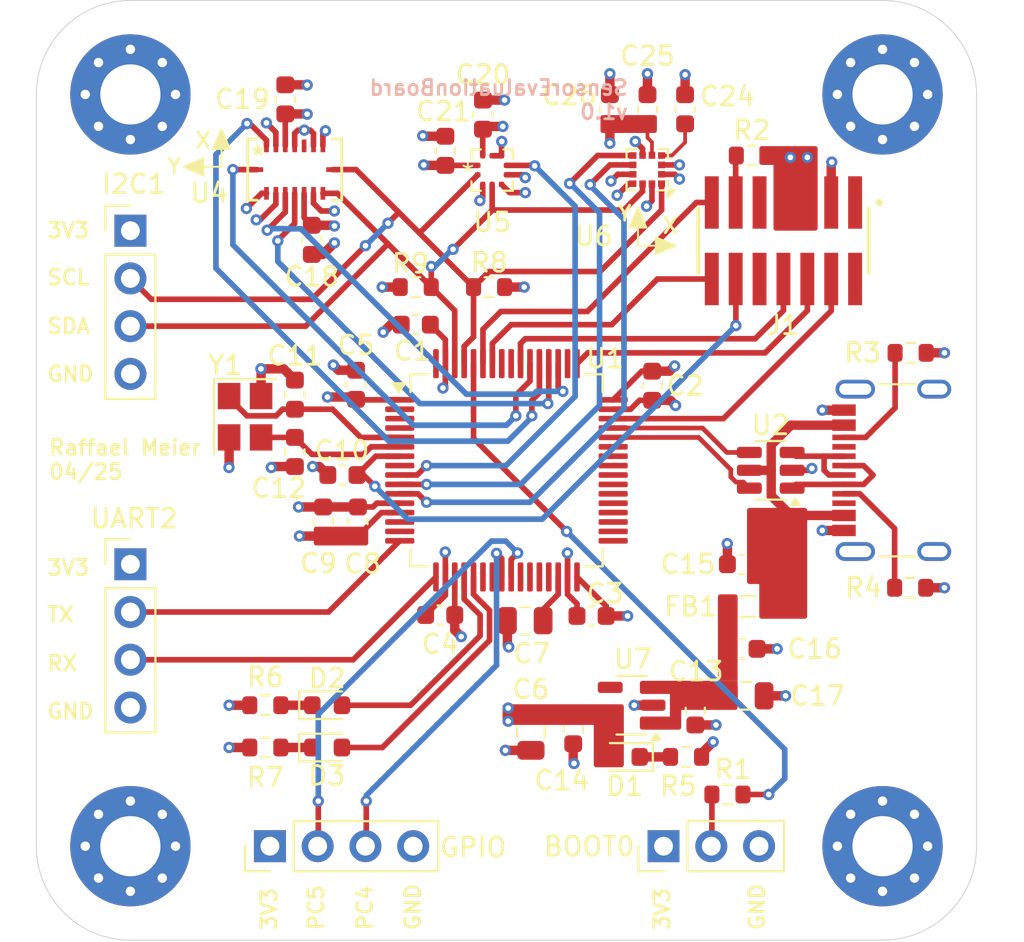
<source format=kicad_pcb>
(kicad_pcb (version 20241229) (generator "pcbnew") (generator_version "9.0")
  (layers (0 "F.Cu" signal) (4 "In1.Cu" signal) (6 "In2.Cu" signal) (2 "B.Cu" signal) (13 "F.Paste" user) (15 "B.Paste" user) (5 "F.SilkS" user "F.Silkscreen") (7 "B.SilkS" user "B.Silkscreen") (1 "F.Mask" user) (3 "B.Mask" user) (25 "Edge.Cuts" user))
  (net 0 "")
  (net 2 "Net-(U1-VCAP1)")
  (net 3 "/UART2_RX")
  (net 4 "/UART2_TX")
  (net 5 "GND")
  (net 6 "+3.3V")
  (net 7 "/LED2")
  (net 16 "/SWO")
  (net 21 "/GPIO_USER2")
  (net 25 "/LED1")
  (net 31 "/GPIO_USER1")
  (net 38 "/SWCLK")
  (net 39 "/NRST")
  (net 40 "/UART1_RX")
  (net 41 "/GNDDETECT")
  (net 42 "/UART1_TX")
  (net 43 "/SWDIO")
  (net 47 "/BOOT0")
  (net 48 "/HSE_OUT")
  (net 49 "/HSE_IN")
  (net 50 "/BOOT0_JPR")
  (net 51 "/USB_D+")
  (net 52 "/USB_D-")
  (net 55 "/USB_CC2")
  (net 56 "/USB_CC1")
  (net 57 "/USBC_D+")
  (net 58 "/USBC_D-")
  (net 59 "+5V")
  (net 60 "/VBUS")
  (net 61 "/BMI088_INT4")
  (net 62 "/BMI088_INT3")
  (net 63 "/BMI088_INT1")
  (net 64 "/BMI088_INT2")
  (net 66 "/I2C1_SCL")
  (net 67 "/I2C1_SDA")
  (net 68 "/BMP390_INT")
  (net 69 "/PWR_LED")
  (net 70 "/LED1_RSTR")
  (net 71 "/LED2_RSTR")
  (net 72 "/LIS3MDL_INT")
  (net 73 "/LIS3MDL_DRDY")
  (net 74 "Net-(U6-C1)")
  (footprint "Crystal:Crystal_SMD_3225-4Pin_3.2x2.5mm" (layer "F.Cu") (at 131.606801 96.3 -90)
    (property "Reference" "Y1")
    (property "Value" "Crystal_GND24")
  )
  (footprint "Capacitor_SMD:C_0603_1608Metric" (layer "F.Cu") (at 140.681801 91.4)
    (property "Reference" "C1")
    (property "Value" "100n")
  )
  (footprint "Capacitor_SMD:C_0603_1608Metric" (layer "F.Cu") (at 158.031801 104.15 180)
    (property "Reference" "C15")
    (property "Value" "10n")
  )
  (footprint "SensorEvalBoard_FootprintLib:BMP390" (layer "F.Cu") (at 144.744301 83.175 90)
    (property "Reference" "U5")
    (property "Value" "BMP390" (hide yes))
  )
  (footprint "Capacitor_SMD:C_0603_1608Metric" (layer "F.Cu") (at 142.256801 82.15 90)
    (property "Reference" "C21")
    (property "Value" "100n")
  )
  (footprint "Capacitor_SMD:C_0603_1608Metric" (layer "F.Cu") (at 158.056801 108.65)
    (property "Reference" "C16")
    (property "Value" "100n")
  )
  (footprint "Package_TO_SOT_SMD:SOT-23-5" (layer "F.Cu") (at 152.1625 111.65 180)
    (property "Reference" "U7")
    (property "Value" "MIC5504-3.3YM5")
  )
  (footprint "Connector_USB:USB_C_Receptacle_G-Switch_GT-USB-7010ASV" (layer "F.Cu") (at 167.181801 99.15 90)
    (property "Reference" "J3" (hide yes))
    (property "Value" "USB_C_Receptacle_USB2.0_16P")
  )
  (footprint "LED_SMD:LED_0603_1608Metric" (layer "F.Cu") (at 151.806801 114.4 180)
    (property "Reference" "D1")
    (property "Value" "RED")
  )
  (footprint "Connector_PinHeader_2.54mm:PinHeader_1x04_P2.54mm_Vertical" (layer "F.Cu") (at 125.506801 86.4)
    (property "Reference" "J4" (hide yes))
    (property "Value" "Conn_01x04")
  )
  (footprint "MountingHole:MountingHole_3.2mm_M3_Pad_Via" (layer "F.Cu") (at 125.506801 119.15)
    (property "Reference" "H3" (hide yes))
    (property "Value" "MountingHole_Pad")
  )
  (footprint "Resistor_SMD:R_0603_1608Metric" (layer "F.Cu") (at 132.681801 113.9 180)
    (property "Reference" "R7")
    (property "Value" "80")
  )
  (footprint "Capacitor_SMD:C_0603_1608Metric" (layer "F.Cu") (at 149.056801 112.925 -90)
    (property "Reference" "C14")
    (property "Value" "1u")
  )
  (footprint "MountingHole:MountingHole_3.2mm_M3_Pad_Via" (layer "F.Cu") (at 165.506801 119.15)
    (property "Reference" "H4" (hide yes))
    (property "Value" "MountingHole_Pad")
  )
  (footprint "Capacitor_SMD:C_0603_1608Metric" (layer "F.Cu") (at 155.006801 79.9375 90)
    (property "Reference" "C24")
    (property "Value" "100n")
  )
  (footprint "Capacitor_SMD:C_0603_1608Metric" (layer "F.Cu") (at 151.006801 79.9375 90)
    (property "Reference" "C26")
    (property "Value" "1u")
  )
  (footprint "LED_SMD:LED_0603_1608Metric" (layer "F.Cu") (at 135.969301 111.65)
    (property "Reference" "D2")
    (property "Value" "RED")
  )
  (footprint "Resistor_SMD:R_0603_1608Metric" (layer "F.Cu") (at 166.975 105.4)
    (property "Reference" "R4")
    (property "Value" "5k1")
  )
  (footprint "Connector_PinHeader_2.54mm:PinHeader_1x04_P2.54mm_Vertical" (layer "F.Cu") (at 125.506801 104.15)
    (property "Reference" "J5" (hide yes))
    (property "Value" "Conn_01x04")
  )
  (footprint "Resistor_SMD:R_0603_1608Metric" (layer "F.Cu") (at 132.681801 111.65 180)
    (property "Reference" "R6")
    (property "Value" "80")
  )
  (footprint "Capacitor_SMD:C_0603_1608Metric" (layer "F.Cu") (at 135.756801 101.875 90)
    (property "Reference" "C9")
    (property "Value" "1u")
  )
  (footprint "Resistor_SMD:R_0603_1608Metric" (layer "F.Cu") (at 157.256801 116.4)
    (property "Reference" "R1")
    (property "Value" "10k")
  )
  (footprint "Capacitor_SMD:C_0805_2012Metric" (layer "F.Cu") (at 146.506801 107.15 180)
    (property "Reference" "C7")
    (property "Value" "4u7")
  )
  (footprint "Capacitor_SMD:C_0603_1608Metric" (layer "F.Cu") (at 137.506801 94.6 90)
    (property "Reference" "C5")
    (property "Value" "100n")
  )
  (footprint "Resistor_SMD:R_0603_1608Metric" (layer "F.Cu") (at 155.056801 114.4)
    (property "Reference" "R5")
    (property "Value" "80")
  )
  (footprint "Capacitor_SMD:C_0603_1608Metric" (layer "F.Cu") (at 155.55 111.925 -90)
    (property "Reference" "C13")
    (property "Value" "1u")
  )
  (footprint "MountingHole:MountingHole_3.2mm_M3_Pad_Via" (layer "F.Cu") (at 125.506801 79.15)
    (property "Reference" "H1" (hide yes))
    (property "Value" "MountingHole_Pad")
  )
  (footprint "SensorEvalBoard_FootprintLib:SAMTEC_FTSH-107-01-F-DV-K" (layer "F.Cu") (at 160.236801 86.935 180)
    (property "Reference" "J1")
    (property "Value" "Conn_02x07_Odd_Even")
  )
  (footprint "Connector_PinHeader_2.54mm:PinHeader_1x04_P2.54mm_Vertical" (layer "F.Cu") (at 132.926801 119.15 90)
    (property "Reference" "J6" (hide yes))
    (property "Value" "Conn_01x04")
  )
  (footprint "Capacitor_SMD:C_0603_1608Metric" (layer "F.Cu") (at 133.744301 79.4125 90)
    (property "Reference" "C19")
    (property "Value" "100n")
  )
  (footprint "Capacitor_SMD:C_0603_1608Metric" (layer "F.Cu") (at 134.256801 98.175 -90)
    (property "Reference" "C12")
    (property "Value" "10p")
  )
  (footprint "SensorEvalBoard_FootprintLib:QFN_BMI085_BOS" (layer "F.Cu") (at 134.244301 83.15)
    (property "Reference" "U4")
    (property "Value" "BMI088")
  )
  (footprint "Resistor_SMD:R_0603_1608Metric" (layer "F.Cu") (at 158.556801 82.4 180)
    (property "Reference" "R2")
    (property "Value" "100")
  )
  (footprint "Package_TO_SOT_SMD:SOT-23-6" (layer "F.Cu") (at 159.5625 99.15 180)
    (property "Reference" "U2")
    (property "Value" "USBLC6-2SC6")
  )
  (footprint "Capacitor_SMD:C_0805_2012Metric" (layer "F.Cu") (at 158.256801 111.15)
    (property "Reference" "C17")
    (property "Value" "4u7")
  )
  (footprint "Capacitor_SMD:C_0603_1608Metric" (layer "F.Cu") (at 135.156801 86.8875 -90)
    (property "Reference" "C18")
    (property "Value" "100n")
  )
  (footprint "Resistor_SMD:R_0603_1608Metric" (layer "F.Cu") (at 140.681801 89.4)
    (property "Reference" "R9")
    (property "Value" "4k7")
  )
  (footprint "Capacitor_SMD:C_0603_1608Metric" (layer "F.Cu") (at 134.256801 95.125 90)
    (property "Reference" "C11")
    (property "Value" "10p")
  )
  (footprint "Capacitor_SMD:C_0805_2012Metric" (layer "F.Cu") (at 146.806801 113.1 -90)
    (property "Reference" "C6")
    (property "Value" "10u")
  )
  (footprint "Package_LGA:LGA-12_2x2mm_P0.5mm" (layer "F.Cu") (at 152.994301 83.15 180)
    (property "Reference" "U6")
    (property "Value" "LIS3MDL")
  )
  (footprint "Package_QFP:LQFP-64_10x10mm_P0.5mm" (layer "F.Cu") (at 145.506801 99.15)
    (property "Reference" "U1")
    (property "Value" "STM32F401RCT6")
  )
  (footprint "Capacitor_SMD:C_0603_1608Metric" (layer "F.Cu") (at 137.606801 101.875 90)
    (property "Reference" "C8")
    (property "Value" "100n")
  )
  (footprint "Capacitor_SMD:C_0603_1608Metric" (layer "F.Cu") (at 153.006801 79.9375 90)
    (property "Reference" "C25")
    (property "Value" "100n")
  )
  (footprint "Capacitor_SMD:C_0603_1608Metric" (layer "F.Cu") (at 144.256801 80.225 90)
    (property "Reference" "C20")
    (property "Value" "100n")
  )
  (footprint "Capacitor_SMD:C_0603_1608Metric" (layer "F.Cu") (at 136.781801 99.4 180)
    (property "Reference" "C10")
    (property "Value" "100n")
  )
  (footprint "Resistor_SMD:R_0603_1608Metric" (layer "F.Cu") (at 144.581801 89.4 180)
    (property "Reference" "R8")
    (property "Value" "4k7")
  )
  (footprint "Capacitor_SMD:C_0603_1608Metric" (layer "F.Cu") (at 153.256801 94.65 -90)
    (property "Reference" "C2")
    (property "Value" "100n")
  )
  (footprint "Connector_PinHeader_2.54mm:PinHeader_1x03_P2.54mm_Vertical" (layer "F.Cu") (at 153.86 119.15 90)
    (property "Reference" "J2" (hide yes))
    (property "Value" "Conn_01x03")
  )
  (footprint "Resistor_SMD:R_0603_1608Metric" (layer "F.Cu") (at 167 92.9)
    (property "Reference" "R3")
    (property "Value" "5k1")
  )
  (footprint "Capacitor_SMD:C_0603_1608Metric" (layer "F.Cu") (at 150.031801 106.9 180)
    (property "Reference" "C3")
    (property "Value" "100n")
  )
  (footprint "Inductor_SMD:L_0805_2012Metric" (layer "F.Cu") (at 158.356801 106.4)
    (property "Reference" "FB1")
    (property "Value" "FerriteBead")
  )
  (footprint "LED_SMD:LED_0603_1608Metric" (layer "F.Cu") (at 135.969301 113.9)
    (property "Reference" "D3")
    (property "Value" "RED")
  )
  (footprint "MountingHole:MountingHole_3.2mm_M3_Pad_Via" (layer "F.Cu") (at 165.506801 79.15)
    (property "Reference" "H2" (hide yes))
    (property "Value" "MountingHole_Pad")
  )
  (footprint "Capacitor_SMD:C_0603_1608Metric" (layer "F.Cu") (at 141.981801 106.85 180)
    (property "Reference" "C4")
    (property "Value" "100n")
  )
  (gr_poly (pts (xy 154.496379 87.198448) (xy 153.446379 86.748448) (xy 153.446379 87.198448)) (stroke (width 0.1)) (fill yes) (layer "F.SilkS"))
  (gr_poly (pts (xy 130.348448 81.003621) (xy 129.898448 82.053621) (xy 130.348448 82.053621)) (stroke (width 0.1)) (fill yes) (layer "F.SilkS"))
  (gr_line (start 130.35 83) (end 128.35 83) (stroke (width 0.1)) (layer "F.SilkS"))
  (gr_poly (pts (xy 128.334483 83.003793) (xy 129.384483 82.553793) (xy 129.384483 83.003793)) (stroke (width 0.1)) (fill yes) (layer "F.SilkS"))
  (gr_poly (pts (xy 152.494655 85.188104) (xy 152.044655 86.238104) (xy 152.494655 86.238104)) (stroke (width 0.1)) (fill yes) (layer "F.SilkS"))
  (gr_line (start 152.5 87.2) (end 154.5 87.2) (stroke (width 0.1)) (layer "F.SilkS"))
  (gr_poly (pts (xy 152.496207 85.184483) (xy 152.946207 86.234483) (xy 152.496207 86.234483)) (stroke (width 0.1)) (fill yes) (layer "F.SilkS"))
  (gr_poly (pts (xy 154.5 87.2) (xy 153.45 87.65) (xy 153.45 87.2)) (stroke (width 0.1)) (fill yes) (layer "F.SilkS"))
  (gr_line (start 130.35 83) (end 130.35 81) (stroke (width 0.1)) (layer "F.SilkS"))
  (gr_poly (pts (xy 128.338104 83.005345) (xy 129.388104 83.455345) (xy 129.388104 83.005345)) (stroke (width 0.1)) (fill yes) (layer "F.SilkS"))
  (gr_poly (pts (xy 130.35 81) (xy 130.8 82.05) (xy 130.35 82.05)) (stroke (width 0.1)) (fill yes) (layer "F.SilkS"))
  (gr_line (start 152.5 87.2) (end 152.5 85.2) (stroke (width 0.1)) (layer "F.SilkS"))
  (gr_line (start 125.506801 74.15) (end 165.506801 74.15) (stroke (width 0.05)) (layer "Edge.Cuts"))
  (gr_line (start 120.506801 119.15) (end 120.506801 79.15) (stroke (width 0.05)) (layer "Edge.Cuts"))
  (gr_arc (start 170.506801 119.15) (mid 169.042335 122.685534) (end 165.506801 124.15) (stroke (width 0.05)) (layer "Edge.Cuts"))
  (gr_arc (start 120.506801 79.15) (mid 121.971267 75.614466) (end 125.506801 74.15) (stroke (width 0.05)) (layer "Edge.Cuts"))
  (gr_arc (start 165.506801 74.15) (mid 169.042335 75.614466) (end 170.506801 79.15) (stroke (width 0.05)) (layer "Edge.Cuts"))
  (gr_arc (start 125.506801 124.15) (mid 121.971267 122.685534) (end 120.506801 119.15) (stroke (width 0.05)) (layer "Edge.Cuts"))
  (gr_line (start 165.506801 124.15) (end 125.506801 124.15) (stroke (width 0.05)) (layer "Edge.Cuts"))
  (gr_line (start 170.506801 79.15) (end 170.506801 119.15) (stroke (width 0.05)) (layer "Edge.Cuts"))
  (gr_text "I2C1" (at 123.9 84.5 0) (layer "F.SilkS") (effects (font (size 1 1) (thickness 0.15) (bold yes)) (justify left bottom)))
  (gr_text "3V3" (at 121 104.8 0) (layer "F.SilkS") (effects (font (size 0.8 0.8) (thickness 0.15) (bold yes)) (justify left bottom)))
  (gr_text "3V3" (at 154.25 123.7 90) (layer "F.SilkS") (effects (font (size 0.8 0.8) (thickness 0.15) (bold yes)) (justify left bottom)))
  (gr_text "X" (at 154.7 85.6 180) (layer "F.SilkS") (effects (font (size 0.8 0.8) (thickness 0.15) (bold yes)) (justify left bottom)))
  (gr_text "SDA" (at 121 91.95 0) (layer "F.SilkS") (effects (font (size 0.8 0.8) (thickness 0.15) (bold yes)) (justify left bottom)))
  (gr_text "Y" (at 127.395699 83.453621 0) (layer "F.SilkS") (effects (font (size 0.8 0.8) (thickness 0.15) (bold yes)) (justify left bottom)))
  (gr_text "3V3" (at 121 86.85 0) (layer "F.SilkS") (effects (font (size 0.8 0.8) (thickness 0.15) (bold yes)) (justify left bottom)))
  (gr_text "GND" (at 159.3 123.7 90) (layer "F.SilkS") (effects (font (size 0.8 0.8) (thickness 0.15) (bold yes)) (justify left bottom)))
  (gr_text "RX" (at 121 109.9 0) (layer "F.SilkS") (effects (font (size 0.8 0.8) (thickness 0.15) (bold yes)) (justify left bottom)))
  (gr_text "Y" (at 151.35 85.95 0) (layer "F.SilkS") (effects (font (size 0.8 0.8) (thickness 0.15) (bold yes)) (justify left bottom)))
  (gr_text "BOOT0" (at 147.4 119.75 0) (layer "F.SilkS") (effects (font (size 1 1) (thickness 0.15) (bold yes)) (justify left bottom)))
  (gr_text "PC4" (at 138.45 123.7 90) (layer "F.SilkS") (effects (font (size 0.8 0.8) (thickness 0.15) (bold yes)) (justify left bottom)))
  (gr_text "X" (at 128.898448 82.053621 0) (layer "F.SilkS") (effects (font (size 0.8 0.8) (thickness 0.15) (bold yes)) (justify left bottom)))
  (gr_text "Raffael Meier\n04/25" (at 121.1 99.7 0) (layer "F.SilkS") (effects (font (size 0.8 0.8)) (justify left bottom)))
  (gr_text "UART2" (at 123.3 102.3 0) (layer "F.SilkS") (effects (font (size 1 1) (thickness 0.15) (bold yes)) (justify left bottom)))
  (gr_text "GPIO" (at 141.876801 119.8 0) (layer "F.SilkS") (effects (font (size 1 1) (thickness 0.15) (bold yes)) (justify left bottom)))
  (gr_text "PC5" (at 135.85 123.7 90) (layer "F.SilkS") (effects (font (size 0.8 0.8) (thickness 0.15) (bold yes)) (justify left bottom)))
  (gr_text "TX" (at 121 107.3 0) (layer "F.SilkS") (effects (font (size 0.8 0.8) (thickness 0.15) (bold yes)) (justify left bottom)))
  (gr_text "SCL" (at 121 89.35 0) (layer "F.SilkS") (effects (font (size 0.8 0.8) (thickness 0.15) (bold yes)) (justify left bottom)))
  (gr_text "GND" (at 141 123.7 90) (layer "F.SilkS") (effects (font (size 0.8 0.8) (thickness 0.15) (bold yes)) (justify left bottom)))
  (gr_text "3V3" (at 133.35 123.7 90) (layer "F.SilkS") (effects (font (size 0.8 0.8) (thickness 0.15) (bold yes)) (justify left bottom)))
  (gr_text "GND" (at 121 112.45 0) (layer "F.SilkS") (effects (font (size 0.8 0.8) (thickness 0.15) (bold yes)) (justify left bottom)))
  (gr_text "GND" (at 121 94.5 0) (layer "F.SilkS") (effects (font (size 0.8 0.8) (thickness 0.15) (bold yes)) (justify left bottom)))
  (gr_text "SensorEvaluationBoard\nv1.0" (at 152.05 80.55 0) (layer "B.SilkS") (effects (font (size 0.8 0.8)) (justify left bottom mirror)))
  (segment (start 148.256801 104.825) (end 148.256801 105.75) (width 0.3) (layer "F.Cu") (net 2))
  (segment (start 147.456801 106.55) (end 147.456801 107.15) (width 0.3) (layer "F.Cu") (net 2))
  (segment (start 148.256801 105.75) (end 147.456801 106.55) (width 0.3) (layer "F.Cu") (net 2))
  (segment (start 141.756801 104.825) (end 137.351801 109.23) (width 0.3) (layer "F.Cu") (net 3))
  (segment (start 137.351801 109.23) (end 125.506801 109.23) (width 0.3) (layer "F.Cu") (net 3))
  (segment (start 136.041801 106.69) (end 125.506801 106.69) (width 0.3) (layer "F.Cu") (net 4))
  (segment (start 139.831801 102.9) (end 136.041801 106.69) (width 0.3) (layer "F.Cu") (net 4))
  (segment (start 146.806801 114.05) (end 145.45 114.05) (width 0.5) (layer "F.Cu") (net 5))
  (segment (start 135.071301 81.05) (end 135.244301 81.223) (width 0.3) (layer "F.Cu") (net 5))
  (segment (start 141.206801 106.85) (end 142.256801 105.8) (width 0.3) (layer "F.Cu") (net 5))
  (segment (start 144.256801 79.45) (end 145.406801 79.45) (width 0.5) (layer "F.Cu") (net 5))
  (segment (start 135.244301 81.223) (end 135.244301 81.8875) (width 0.3) (layer "F.Cu") (net 5))
  (segment (start 142.256801 104.825) (end 142.256801 103.506801) (width 0.3) (layer "F.Cu") (net 5))
  (segment (start 163.456801 95.95) (end 162.3 95.95) (width 0.5) (layer "F.Cu") (net 5))
  (segment (start 163.456801 102.35) (end 162.3 102.35) (width 0.5) (layer "F.Cu") (net 5))
  (segment (start 135.606801 85.3) (end 135.656801 85.35) (width 0.3) (layer "F.Cu") (net 5))
  (segment (start 149.256801 106.25) (end 149.256801 106.9) (width 0.3) (layer "F.Cu") (net 5))
  (segment (start 133.244301 81.8875) (end 133.244301 81.16826) (width 0.3) (layer "F.Cu") (net 5))
  (segment (start 135.156801 87.6625) (end 135.744301 87.6625) (width 0.5) (layer "F.Cu") (net 5))
  (segment (start 132.744301 84.4125) (end 132.484318 84.4125) (width 0.3) (layer "F.Cu") (net 5))
  (segment (start 142.256801 105.8) (end 142.256801 104.825) (width 0.3) (layer "F.Cu") (net 5))
  (segment (start 148.756801 104.825) (end 148.756801 105.75) (width 0.3) (layer "F.Cu") (net 5))
  (segment (start 151.181801 95.9) (end 152.106801 95.9) (width 0.3) (layer "F.Cu") (net 5))
  (segment (start 154.225 95.425) (end 154.5 95.7) (width 0.5) (layer "F.Cu") (net 5))
  (segment (start 131.856801 113.9) (end 130.756801 113.9) (width 0.5) (layer "F.Cu") (net 5))
  (segment (start 142.256801 92.2) (end 141.456801 91.4) (width 0.3) (layer "F.Cu") (net 5))
  (segment (start 152.581801 95.425) (end 153.256801 95.425) (width 0.3) (layer "F.Cu") (net 5))
  (segment (start 144.244301 84.65) (end 144.094301 84.8) (width 0.3) (layer "F.Cu") (net 5))
  (segment (start 151.006801 79.1625) (end 151.006801 78.05) (width 0.5) (layer "F.Cu") (net 5))
  (segment (start 132.45 93.75) (end 133.656801 93.75) (width 0.5) (layer "F.Cu") (net 5))
  (segment (start 134.756801 81.05) (end 134.417301 81.05) (width 0.3) (layer "F.Cu") (net 5))
  (segment (start 155.881801 114.4) (end 155.881801 114.218199) (width 0.5) (layer "F.Cu") (net 5))
  (segment (start 130.756801 97.4) (end 130.756801 98.993199) (width 0.5) (layer "F.Cu") (net 5))
  (segment (start 142.256801 103.506801) (end 142.25 103.5) (width 0.3) (layer "F.Cu") (net 5))
  (segment (start 153.756801 82.9) (end 154.706801 82.9) (width 0.3) (layer "F.Cu") (net 5))
  (segment (start 136.575 93.825) (end 136.3 93.55) (width 0.5) (layer "F.Cu") (net 5))
  (segment (start 133.05 98.95) (end 133 99) (width 0.5) (layer "F.Cu") (net 5))
  (segment (start 152.106801 95.9) (end 152.581801 95.425) (width 0.3) (layer "F.Cu") (net 5))
  (segment (start 148.756801 103.556801) (end 148.75 103.55) (width 0.3) (layer "F.Cu") (net 5))
  (segment (start 134.244301 81.223) (end 134.244301 81.8875) (width 0.3) (layer "F.Cu") (net 5))
  (segment (start 155.55 112.7) (end 156.65 112.7) (width 0.5) (layer "F.Cu") (net 5))
  (segment (start 135.744301 87.6625) (end 136.356801 87.05) (width 0.5) (layer "F.Cu") (net 5))
  (segment (start 133.244301 81.16826) (end 132.741421 80.66538) (width 0.3) (layer "F.Cu") (net 5))
  (segment (start 157.256801 104.15) (end 157.256801 103.056801) (width 0.5) (layer "F.Cu") (net 5))
  (segment (start 142.256801 93.475) (end 142.256801 92.2) (width 0.3) (layer "F.Cu") (net 5))
  (segment (start 142.256801 81.375) (end 141.081801 81.375) (width 0.5) (layer "F.Cu") (net 5))
  (segment (start 137.606801 101.1) (end 135.756801 101.1) (width 0.5) (layer "F.Cu") (net 5))
  (segment (start 138.606801 100.9) (end 138.406801 101.1) (width 0.3) (layer "F.Cu") (net 5))
  (segment (start 153.006801 79.1625) (end 153.006801 78.05) (width 0.5) (layer "F.Cu") (net 5))
  (segment (start 153.256801 95.425) (end 154.225 95.425) (width 0.5) (layer "F.Cu") (net 5))
  (segment (start 145.244301 82.4125) (end 145.244301 81.6625) (width 0.3) (layer "F.Cu") (net 5))
  (segment (start 131.856801 111.65) (end 130.756801 111.65) (width 0.5) (layer "F.Cu") (net 5))
  (segment (start 148.756801 104.825) (end 148.756801 103.556801) (width 0.3) (layer "F.Cu") (net 5))
  (segment (start 134.417301 81.05) (end 134.244301 81.223) (width 0.3) (layer "F.Cu") (net 5))
  (segment (start 132.456801 93.756801) (end 132.45 93.75) (width 0.5) (layer "F.Cu") (net 5))
  (segment (start 149.056801 114.706801) (end 149.1 114.75) (width 0.5) (layer "F.Cu") (net 5))
  (segment (start 167.825 92.9) (end 168.8 92.9) (width 0.5) (layer "F.Cu") (net 5))
  (segment (start 135.556801 98.95) (end 136.006801 99.4) (width 0.5) (layer "F.Cu") (net 5))
  (segment (start 145.681804 84.375003) (end 146.506801 84.375003) (width 0.3) (layer "F.Cu") (net 5))
  (segment (start 142.256801 93.475) (end 142.256801 94.643626) (width 0.3) (layer "F.Cu") (net 5))
  (segment (start 144.244301 83.9375) (end 144.244301 84.65) (width 0.3) (layer "F.Cu") (net 5))
  (segment (start 145.244301 81.6625) (end 145.256801 81.65) (width 0.3) (layer "F.Cu") (net 5))
  (segment (start 135.244301 84.9375) (end 135.606801 85.3) (width 0.3) (layer "F.Cu") (net 5))
  (segment (start 138.406801 101.1) (end 137.606801 101.1) (width 0.3) (layer "F.Cu") (net 5))
  (segment (start 154.456801 83.4) (end 154.706801 83.65) (width 0.3) (layer "F.Cu") (net 5))
  (segment (start 153.756801 83.4) (end 154.456801 83.4) (width 0.3) (layer "F.Cu") (net 5))
  (segment (start 153.3 111.65) (end 152.3 111.65) (width 0.5) (layer "F.Cu") (net 5))
  (segment (start 144.744301 82.4125) (end 145.244301 82.4125) (width 0.3) (layer "F.Cu") (net 5))
  (segment (start 133.744301 78.6375) (end 134.894301 78.6375) (width 0.5) (layer "F.Cu") (net 5))
  (segment (start 157.256801 103.056801) (end 157.25 103.05) (width 0.5) (layer "F.Cu") (net 5))
  (segment (start 135.656801 85.35) (end 136.356801 85.35) (width 0.3) (layer "F.Cu") (net 5))
  (segment (start 152.231801 83.4) (end 151.426041 83.4) (width 0.3) (layer "F.Cu") (net 5))
  (segment (start 159.206801 111.15) (end 160.35 111.15) (width 0.5) (layer "F.Cu") (net 5))
  (segment (start 134.756801 81.05) (end 135.071301 81.05) (width 0.3) (layer "F.Cu") (net 5))
  (segment (start 145.556801 108.478566) (end 145.628235 108.55) (width 0.5) (layer "F.Cu") (net 5))
  (segment (start 134.256801 98.95) (end 133.05 98.95) (width 0.5) (layer "F.Cu") (net 5))
  (segment (start 151.426041 83.4) (end 151.066421 83.75962) (width 0.3) (layer "F.Cu") (net 5))
  (segment (start 148.756801 105.75) (end 149.256801 106.25) (width 0.3) (layer "F.Cu") (net 5))
  (segment (start 142.256801 94.643626) (end 142.129321 94.771106) (width 0.3) (layer "F.Cu") (net 5))
  (segment (start 132.456801 95.2) (end 132.456801 93.756801) (width 0.5) (layer "F.Cu") (net 5))
  (segment (start 141.081801 81.375) (end 141.056801 81.35) (width 0.5) (layer "F.Cu") (net 5))
  (segment (start 134.894301 78.6375) (end 134.906801 78.65) (width 0.5) (layer "F.Cu") (net 5))
  (segment (start 160.7 99.15) (end 161.65 99.15) (width 0.3) (layer "F.Cu") (net 5))
  (segment (start 145.556801 107.15) (end 145.556801 108.478566) (width 0.5) (layer "F.Cu") (net 5))
  (segment (start 139.831801 100.9) (end 138.606801 100.9) (width 0.3) (layer "F.Cu") (net 5))
  (segment (start 137.506801 93.825) (end 136.575 93.825) (width 0.5) (layer "F.Cu") (net 5))
  (segment (start 145.244301 83.9375) (end 145.681804 84.375003) (width 0.3) (layer "F.Cu") (net 5))
  (segment (start 167.8 105.4) (end 168.8 105.4) (width 0.5) (layer "F.Cu") (net 5))
  (segment (start 153.244301 84.8125) (end 152.956801 85.1) (width 0.3) (layer "F.Cu") (net 5))
  (segment (start 158.831801 108.65) (end 159.9 108.65) (width 0.5) (layer "F.Cu") (net 5))
  (segment (start 132.484318 84.4125) (end 131.679077 85.217741) (width 0.3) (layer "F.Cu") (net 5))
  (segment (start 135.244301 84.4125) (end 135.244301 84.9375) (width 0.3) (layer "F.Cu") (net 5))
  (segment (start 135.756801 101.1) (end 134.45 101.1) (width 0.5) (layer "F.Cu") (net 5))
  (segment (start 153.244301 83.9125) (end 153.244301 84.8125) (width 0.3) (layer "F.Cu") (net 5))
  (segment (start 161.65 99.15) (end 161.75 99.05) (width 0.3) (layer "F.Cu") (net 5))
  (segment (start 133.656801 93.75) (end 134.256801 94.35) (width 0.5) (layer "F.Cu") (net 5))
  (segment (start 155.881801 114.218199) (end 156.5 113.6) (width 0.5) (layer "F.Cu") (net 5))
  (segment (start 135.2 98.95) (end 135.556801 98.95) (width 0.5) (layer "F.Cu") (net 5))
  (segment (start 149.056801 113.7) (end 149.056801 114.706801) (width 0.5) (layer "F.Cu") (net 5))
  (segment (start 130.756801 98.993199) (end 130.75 99) (width 0.5) (layer "F.Cu") (net 5))
  (segment (start 155.006801 79.1625) (end 155.006801 78.1) (width 0.5) (layer "F.Cu") (net 5))
  (via (at 154.706801 83.65) (size 0.6) (drill 0.3) (layers "F.Cu" "B.Cu") (net 5))
  (via (at 154.5 95.7) (size 0.6) (drill 0.3) (layers "F.Cu" "B.Cu") (net 5))
  (via (at 160.35 111.15) (size 0.6) (drill 0.3) (layers "F.Cu" "B.Cu") (net 5))
  (via (at 146.506801 84.375003) (size 0.6) (drill 0.3) (layers "F.Cu" "B.Cu") (net 5))
  (via (at 151.006801 78.05) (size 0.6) (drill 0.3) (layers "F.Cu" "B.Cu") (net 5))
  (via (at 136.356801 87.05) (size 0.6) (drill 0.3) (layers "F.Cu" "B.Cu") (net 5))
  (via (at 156.5 113.6) (size 0.6) (drill 0.3) (layers "F.Cu" "B.Cu") (net 5))
  (via (at 157.25 103.05) (size 0.6) (drill 0.3) (layers "F.Cu" "B.Cu") (net 5))
  (via (at 162.3 102.35) (size 0.6) (drill 0.3) (layers "F.Cu" "B.Cu") (net 5))
  (via (at 130.75 99) (size 0.6) (drill 0.3) (layers "F.Cu" "B.Cu") (net 5))
  (via (at 160.606801 82.5) (size 0.6) (drill 0.3) (layers "F.Cu" "B.Cu") (net 5))
  (via (at 141.056801 81.35) (size 0.6) (drill 0.3) (layers "F.Cu" "B.Cu") (net 5))
  (via (at 151.066421 83.75962) (size 0.6) (drill 0.3) (layers "F.Cu" "B.Cu") (net 5))
  (via (at 161.506801 82.5) (size 0.6) (drill 0.3) (layers "F.Cu" "B.Cu") (net 5))
  (via (at 144.094301 84.8) (size 0.6) (drill 0.3) (layers "F.Cu" "B.Cu") (net 5))
  (via (at 134.906801 78.65) (size 0.6) (drill 0.3) (layers "F.Cu" "B.Cu") (net 5))
  (via (at 145.628235 108.55) (size 0.6) (drill 0.3) (layers "F.Cu" "B.Cu") (net 5))
  (via (at 155.006801 78.1) (size 0.6) (drill 0.3) (layers "F.Cu" "B.Cu") (net 5))
  (via (at 145.406801 79.45) (size 0.6) (drill 0.3) (layers "F.Cu" "B.Cu") (net 5))
  (via (at 162.3 95.95) (size 0.6) (drill 0.3) (layers "F.Cu" "B.Cu") (net 5))
  (via (at 145.45 114.05) (size 0.6) (drill 0.3) (layers "F.Cu" "B.Cu") (net 5))
  (via (at 154.706801 82.9) (size 0.6) (drill 0.3) (layers "F.Cu" "B.Cu") (net 5))
  (via (at 148.75 103.55) (size 0.6) (drill 0.3) (layers "F.Cu" "B.Cu") (net 5))
  (via (at 133 99) (size 0.6) (drill 0.3) (layers "F.Cu" "B.Cu") (net 5))
  (via (at 152.956801 85.1) (size 0.6) (drill 0.3) (layers "F.Cu" "B.Cu") (net 5))
  (via (at 132.45 93.75) (size 0.6) (drill 0.3) (layers "F.Cu" "B.Cu") (net 5))
  (via (at 161.75 99.05) (size 0.6) (drill 0.3) (layers "F.Cu" "B.Cu") (net 5))
  (via (at 136.356801 85.35) (size 0.6) (drill 0.3) (layers "F.Cu" "B.Cu") (net 5))
  (via (at 142.25 103.5) (size 0.6) (drill 0.3) (layers "F.Cu" "B.Cu") (net 5))
  (via (at 130.756801 113.9) (size 0.6) (drill 0.3) (layers "F.Cu" "B.Cu") (net 5))
  (via (at 136.3 93.55) (size 0.6) (drill 0.3) (layers "F.Cu" "B.Cu") (net 5))
  (via (at 135.2 98.95) (size 0.6) (drill 0.3) (layers "F.Cu" "B.Cu") (net 5))
  (via (at 132.741421 80.66538) (size 0.6) (drill 0.3) (layers "F.Cu" "B.Cu") (net 5))
  (via (at 159.9 108.65) (size 0.6) (drill 0.3) (layers "F.Cu" "B.Cu") (net 5))
  (via (at 149.1 114.75) (size 0.6) (drill 0.3) (layers "F.Cu" "B.Cu") (net 5))
  (via (at 152.3 111.65) (size 0.6) (drill 0.3) (layers "F.Cu" "B.Cu") (net 5))
  (via (at 168.8 92.9) (size 0.6) (drill 0.3) (layers "F.Cu" "B.Cu") (net 5))
  (via (at 134.45 101.1) (size 0.6) (drill 0.3) (layers "F.Cu" "B.Cu") (net 5))
  (via (at 131.679077 85.217741) (size 0.6) (drill 0.3) (layers "F.Cu" "B.Cu") (net 5))
  (via (at 130.756801 111.65) (size 0.6) (drill 0.3) (layers "F.Cu" "B.Cu") (net 5))
  (via (at 145.256801 81.65) (size 0.6) (drill 0.3) (layers "F.Cu" "B.Cu") (net 5))
  (via (at 156.65 112.7) (size 0.6) (drill 0.3) (layers "F.Cu" "B.Cu") (net 5))
  (via (at 153.006801 78.05) (size 0.6) (drill 0.3) (layers "F.Cu" "B.Cu") (net 5))
  (via (at 142.129321 94.771106) (size 0.6) (drill 0.3) (layers "F.Cu" "B.Cu") (net 5))
  (via (at 134.756801 81.05) (size 0.6) (drill 0.3) (layers "F.Cu" "B.Cu") (net 5))
  (via (at 168.8 105.4) (size 0.6) (drill 0.3) (layers "F.Cu" "B.Cu") (net 5))
  (segment (start 135.756801 102.65) (end 134.5 102.65) (width 0.5) (layer "F.Cu") (net 6))
  (segment (start 154.175 93.875) (end 154.45 93.6) (width 0.5) (layer "F.Cu") (net 6))
  (segment (start 152.231801 83.9) (end 152.006801 83.9) (width 0.3) (layer "F.Cu") (net 6))
  (segment (start 139.831801 95.4) (end 137.531801 95.4) (width 0.3) (layer "F.Cu") (net 6))
  (segment (start 133.744301 80.1875) (end 134.894301 80.1875) (width 0.5) (layer "F.Cu") (net 6))
  (segment (start 152.744301 82.0375) (end 152.356801 81.65) (width 0.3) (layer "F.Cu") (net 6))
  (segment (start 138.856801 101.4) (end 137.606801 102.65) (width 0.3) (layer "F.Cu") (net 6))
  (segment (start 134.744301 84.4125) (end 134.744301 85.7) (width 0.3) (layer "F.Cu") (net 6))
  (segment (start 142.756801 106.85) (end 142.756801 104.825) (width 0.3) (layer "F.Cu") (net 6))
  (segment (start 139.906801 91.625) (end 141.756801 93.475) (width 0.3) (layer "F.Cu") (net 6))
  (segment (start 150.806801 106.375) (end 149.256801 104.825) (width 0.3) (layer "F.Cu") (net 6))
  (segment (start 150.981801 114.3625) (end 151.019301 114.4) (width 0.5) (layer "F.Cu") (net 6))
  (segment (start 150.806801 106.9) (end 151.95 106.9) (width 0.5) (layer "F.Cu") (net 6))
  (segment (start 137.381801 95.25) (end 135.987563 95.25) (width 0.5) (layer "F.Cu") (net 6))
  (segment (start 134.894301 80.1875) (end 134.906801 80.2) (width 0.5) (layer "F.Cu") (net 6))
  (segment (start 139.906801 91.4) (end 139.906801 91.625) (width 0.3) (layer "F.Cu") (net 6))
  (segment (start 136.319301 86.1125) (end 136.356801 86.15) (width 0.5) (layer "F.Cu") (net 6))
  (segment (start 150.806801 106.9) (end 150.806801 106.375) (width 0.3) (layer "F.Cu") (net 6))
  (segment (start 145.406801 89.4) (end 146.45 89.4) (width 0.5) (layer "F.Cu") (net 6))
  (segment (start 153.244301 81.6875) (end 153.006801 81.45) (width 0.2) (layer "F.Cu") (net 6))
  (segment (start 146.356801 83.425) (end 146.506801 83.575) (width 0.3) (layer "F.Cu") (net 6))
  (segment (start 145.506801 83.425) (end 146.356801 83.425) (width 0.3) (layer "F.Cu") (net 6))
  (segment (start 144.244301 81.0125) (end 144.256801 81) (width 0.3) (layer "F.Cu") (net 6))
  (segment (start 142.756801 106.85) (end 142.756801 107.656801) (width 0.5) (layer "F.Cu") (net 6))
  (segment (start 132.200507 85.824466) (end 132.406342 85.824466) (width 0.3) (layer "F.Cu") (net 6))
  (segment (start 135.744301 81.219144) (end 135.879298 81.084147) (width 0.3) (layer "F.Cu") (net 6))
  (segment (start 139.906801 91.4) (end 139.35 91.4) (width 0.5) (layer "F.Cu") (net 6))
  (segment (start 144.256801 81) (end 144.40477 80.852031) (width 0.5) (layer "F.Cu") (net 6))
  (segment (start 134.744301 85.7) (end 135.156801 86.1125) (width 0.3) (layer "F.Cu") (net 6))
  (segment (start 133.744301 81.8875) (end 133.744301 80.1875) (width 0.3) (layer "F.Cu") (net 6))
  (segment (start 153.006801 81.45) (end 153.006801 80.7125) (width 0.2) (layer "F.Cu") (net 6))
  (segment (start 153.244301 82.3875) (end 153.244301 81.6875) (width 0.2) (layer "F.Cu") (net 6))
  (segment (start 133.244301 84.986507) (end 133.244301 84.4125) (width 0.3) (layer "F.Cu") (net 6))
  (segment (start 132.406342 85.824466) (end 133.244301 84.986507) (width 0.3) (layer "F.Cu") (net 6))
  (segment (start 162.776801 82.78) (end 162.806801 82.75) (width 0.5) (layer "F.Cu") (net 6))
  (segment (start 144.244301 82.4125) (end 144.244301 81.0125) (width 0.3) (layer "F.Cu") (net 6))
  (segment (start 139.831801 101.4) (end 138.856801 101.4) (width 0.3) (layer "F.Cu") (net 6))
  (segment (start 142.756801 107.656801) (end 143.1 108) (width 0.5) (layer "F.Cu") (net 6))
  (segment (start 142.256801 82.925) (end 141.131801 82.925) (width 0.5) (layer "F.Cu") (net 6))
  (segment (start 135.156801 86.1125) (end 136.319301 86.1125) (width 0.5) (layer "F.Cu") (net 6))
  (segment (start 162.776801 84.9) (end 162.776801 82.78) (width 0.5) (layer "F.Cu") (net 6))
  (segment (start 143.981801 82.925) (end 142.256801 82.925) (width 0.3) (layer "F.Cu") (net 6))
  (segment (start 152.744301 82.3875) (end 152.744301 82.0375) (width 0.3) (layer "F.Cu") (net 6))
  (segment (start 153.256801 93.875) (end 154.175 93.875) (width 0.5) (layer "F.Cu") (net 6))
  (segment (start 139.35 91.4) (end 138.95 91.8) (width 0.5) (layer "F.Cu") (net 6))
  (segment (start 152.006801 83.9) (end 151.392421 84.51438) (width 0.3) (layer "F.Cu") (net 6))
  (segment (start 135.744301 81.8875) (end 135.744301 81.219144) (width 0.3) (layer "F.Cu") (net 6))
  (segment (start 152.706801 93.875) (end 151.181801 95.4) (width 0.3) (layer "F.Cu") (net 6))
  (segment (start 139.856801 89.4) (end 138.9 89.4) (width 0.5) (layer "F.Cu") (net 6))
  (segment (start 137.531801 95.4) (end 137.506801 95.375) (width 0.3) (layer "F.Cu") (net 6))
  (segment (start 141.131801 82.925) (end 141.106801 82.9) (width 0.5) (layer "F.Cu") (net 6))
  (segment (start 151.006801 80.7125) (end 151.006801 81.75) (width 0.5) (layer "F.Cu") (net 6))
  (segment (start 137.506801 95.375) (end 137.381801 95.25) (width 0.5) (layer "F.Cu") (net 6))
  (segment (start 153.256801 93.875) (end 152.706801 93.875) (width 0.3) (layer "F.Cu") (net 6))
  (segment (start 144.40477 80.852031) (end 145.313799 80.852031) (width 0.5) (layer "F.Cu") (net 6))
  (via (at 138.95 91.8) (size 0.6) (drill 0.3) (layers "F.Cu" "B.Cu") (net 6))
  (via (at 152.356801 81.65) (size 0.6) (drill 0.3) (layers "F.Cu" "B.Cu") (net 6))
  (via (at 151.392421 84.51438) (size 0.6) (drill 0.3) (layers "F.Cu" "B.Cu") (net 6))
  (via (at 145.313799 80.852031) (size 0.6) (drill 0.3) (layers "F.Cu" "B.Cu") (net 6))
  (via (at 143.1 108) (size 0.6) (drill 0.3) (layers "F.Cu" "B.Cu") (net 6))
  (via (at 141.106801 82.9) (size 0.6) (drill 0.3) (layers "F.Cu" "B.Cu") (net 6))
  (via (at 145.6 111.8) (size 0.6) (drill 0.3) (layers "F.Cu" "B.Cu") (net 6))
  (via (at 134.5 102.65) (size 0.6) (drill 0.3) (layers "F.Cu" "B.Cu") (net 6))
  (via (at 154.45 93.6) (size 0.6) (drill 0.3) (layers "F.Cu" "B.Cu") (net 6))
  (via (at 132.200507 85.824466) (size 0.6) (drill 0.3) (layers "F.Cu" "B.Cu") (net 6))
  (via (at 145.6 112.5) (size 0.6) (drill 0.3) (layers "F.Cu" "B.Cu") (net 6))
  (via (at 134.906801 80.2) (size 0.6) (drill 0.3) (layers "F.Cu" "B.Cu") (net 6))
  (via (at 138.9 89.4) (size 0.6) (drill 0.3) (layers "F.Cu" "B.Cu") (net 6))
  (via (at 135.879298 81.084147) (size 0.6) (drill 0.3) (layers "F.Cu" "B.Cu") (net 6))
  (via (at 162.806801 82.75) (size 0.6) (drill 0.3) (layers "F.Cu" "B.Cu") (net 6))
  (via (at 151.95 106.9) (size 0.6) (drill 0.3) (layers "F.Cu" "B.Cu") (net 6))
  (via (at 151.006801 81.75) (size 0.6) (drill 0.3) (layers "F.Cu" "B.Cu") (net 6))
  (via (at 136.356801 86.15) (size 0.6) (drill 0.3) (layers "F.Cu" "B.Cu") (net 6))
  (via (at 146.45 89.4) (size 0.6) (drill 0.3) (layers "F.Cu" "B.Cu") (net 6))
  (via (at 135.987563 95.25) (size 0.6) (drill 0.3) (layers "F.Cu" "B.Cu") (net 6))
  (via (at 146.506801 83.575) (size 0.6) (drill 0.3) (layers "F.Cu" "B.Cu") (net 6))
  (segment (start 143.756801 104.825) (end 143.756801 105.75) (width 0.3) (layer "F.Cu") (net 7))
  (segment (start 143.756801 105.75) (end 144.606801 106.6) (width 0.3) (layer "F.Cu") (net 7))
  (segment (start 138.906801 113.9) (end 136.756801 113.9) (width 0.3) (layer "F.Cu") (net 7))
  (segment (start 144.606801 108.2) (end 138.906801 113.9) (width 0.3) (layer "F.Cu") (net 7))
  (segment (start 144.606801 106.6) (end 144.606801 108.2) (width 0.3) (layer "F.Cu") (net 7))
  (segment (start 158.731801 92.15) (end 146.506801 92.15) (width 0.3) (layer "F.Cu") (net 16))
  (segment (start 160.236801 90.645) (end 158.731801 92.15) (width 0.3) (layer "F.Cu") (net 16))
  (segment (start 160.236801 88.97) (end 160.236801 90.645) (width 0.3) (layer "F.Cu") (net 16))
  (segment (start 146.506801 92.15) (end 146.256801 92.4) (width 0.3) (layer "F.Cu") (net 16))
  (segment (start 146.256801 92.4) (end 146.256801 93.475) (width 0.3) (layer "F.Cu") (net 16))
  (segment (start 138.05 116.75) (end 138.05 119.106801) (width 0.3) (layer "F.Cu") (net 21))
  (segment (start 145.256801 103.84684) (end 144.978235 103.568274) (width 0.3) (layer "F.Cu") (net 21))
  (segment (start 138.05 119.106801) (end 138.006801 119.15) (width 0.3) (layer "F.Cu") (net 21))
  (segment (start 145.256801 104.825) (end 145.256801 103.84684) (width 0.3) (layer "F.Cu") (net 21))
  (via (at 144.978235 103.568274) (size 0.6) (drill 0.3) (layers "F.Cu" "B.Cu") (net 21))
  (via (at 138.05 116.75) (size 0.6) (drill 0.3) (layers "F.Cu" "B.Cu") (net 21))
  (segment (start 144.978235 109.521765) (end 144.978235 103.568274) (width 0.3) (layer "B.Cu") (net 21))
  (segment (start 138.05 116.75) (end 138.05 116.45) (width 0.3) (layer "B.Cu") (net 21))
  (segment (start 138.05 116.45) (end 144.978235 109.521765) (width 0.3) (layer "B.Cu") (net 21))
  (segment (start 140.406801 111.65) (end 136.756801 111.65) (width 0.3) (layer "F.Cu") (net 25))
  (segment (start 143.256801 106) (end 144.105801 106.849) (width 0.3) (layer "F.Cu") (net 25))
  (segment (start 144.105801 106.849) (end 144.105801 107.951) (width 0.3) (layer "F.Cu") (net 25))
  (segment (start 144.064321 107.99248) (end 140.406801 111.65) (width 0.3) (layer "F.Cu") (net 25))
  (segment (start 144.105801 107.951) (end 144.064321 107.99248) (width 0.3) (layer "F.Cu") (net 25))
  (segment (start 143.256801 104.825) (end 143.256801 106) (width 0.3) (layer "F.Cu") (net 25))
  (segment (start 145.756801 104.825) (end 145.756801 103.893199) (width 0.3) (layer "F.Cu") (net 31))
  (segment (start 135.5 116.75) (end 135.5 119.116801) (width 0.3) (layer "F.Cu") (net 31))
  (segment (start 135.5 119.116801) (end 135.466801 119.15) (width 0.3) (layer "F.Cu") (net 31))
  (segment (start 145.756801 103.893199) (end 146.1 103.55) (width 0.3) (layer "F.Cu") (net 31))
  (via (at 146.1 103.55) (size 0.6) (drill 0.3) (layers "F.Cu" "B.Cu") (net 31))
  (via (at 135.5 116.75) (size 0.6) (drill 0.3) (layers "F.Cu" "B.Cu") (net 31))
  (segment (start 145.467274 102.917274) (end 144.708581 102.917274) (width 0.3) (layer "B.Cu") (net 31))
  (segment (start 144.708581 102.917274) (end 135.5 112.125855) (width 0.3) (layer "B.Cu") (net 31))
  (segment (start 146.1 103.55) (end 145.467274 102.917274) (width 0.3) (layer "B.Cu") (net 31))
  (segment (start 135.5 112.125855) (end 135.5 116.75) (width 0.3) (layer "B.Cu") (net 31))
  (segment (start 149.256801 93.475) (end 149.831801 92.9) (width 0.3) (layer "F.Cu") (net 38))
  (segment (start 161.506801 90.65) (end 161.506801 88.97) (width 0.3) (layer "F.Cu") (net 38))
  (segment (start 149.831801 92.9) (end 159.256801 92.9) (width 0.3) (layer "F.Cu") (net 38))
  (segment (start 159.256801 92.9) (end 161.506801 90.65) (width 0.3) (layer "F.Cu") (net 38))
  (segment (start 157.706801 91.45) (end 157.706801 88.98) (width 0.3) (layer "F.Cu") (net 39))
  (segment (start 138.506801 100) (end 137.906801 99.4) (width 0.3) (layer "F.Cu") (net 39))
  (segment (start 138.556801 98.4) (end 137.556801 99.4) (width 0.3) (layer "F.Cu") (net 39))
  (segment (start 157.706801 88.98) (end 157.696801 88.97) (width 0.3) (layer "F.Cu") (net 39))
  (segment (start 139.831801 98.4) (end 138.556801 98.4) (width 0.3) (layer "F.Cu") (net 39))
  (segment (start 137.906801 99.4) (end 137.556801 99.4) (width 0.3) (layer "F.Cu") (net 39))
  (via (at 157.706801 91.45) (size 0.6) (drill 0.3) (layers "F.Cu" "B.Cu") (net 39))
  (via (at 138.506801 100) (size 0.6) (drill 0.3) (layers "F.Cu" "B.Cu") (net 39))
  (segment (start 138.506801 100) (end 140.256801 101.75) (width 0.3) (layer "B.Cu") (net 39))
  (segment (start 147.406801 101.75) (end 157.706801 91.45) (width 0.3) (layer "B.Cu") (net 39))
  (segment (start 140.256801 101.75) (end 147.406801 101.75) (width 0.3) (layer "B.Cu") (net 39))
  (segment (start 144.256801 91.65) (end 145.206801 90.7) (width 0.3) (layer "F.Cu") (net 40))
  (segment (start 149.806801 90.7) (end 155.606801 84.9) (width 0.3) (layer "F.Cu") (net 40))
  (segment (start 145.206801 90.7) (end 149.806801 90.7) (width 0.3) (layer "F.Cu") (net 40))
  (segment (start 144.256801 93.475) (end 144.256801 91.65) (width 0.3) (layer "F.Cu") (net 40))
  (segment (start 155.606801 84.9) (end 156.426801 84.9) (width 0.3) (layer "F.Cu") (net 40))
  (segment (start 157.696801 82.435) (end 157.731801 82.4) (width 0.3) (layer "F.Cu") (net 41))
  (segment (start 157.696801 84.9) (end 157.696801 82.435) (width 0.3) (layer "F.Cu") (net 41))
  (segment (start 153.536801 88.97) (end 156.426801 88.97) (width 0.3) (layer "F.Cu") (net 42))
  (segment (start 151.106801 91.4) (end 153.536801 88.97) (width 0.3) (layer "F.Cu") (net 42))
  (segment (start 144.756801 93.475) (end 144.756801 92.4) (width 0.3) (layer "F.Cu") (net 42))
  (segment (start 145.756801 91.4) (end 151.106801 91.4) (width 0.3) (layer "F.Cu") (net 42))
  (segment (start 144.756801 92.4) (end 145.756801 91.4) (width 0.3) (layer "F.Cu") (net 42))
  (segment (start 157.041801 96.4) (end 162.776801 90.665) (width 0.3) (layer "F.Cu") (net 43))
  (segment (start 151.181801 96.4) (end 157.041801 96.4) (width 0.3) (layer "F.Cu") (net 43))
  (segment (start 162.776801 90.665) (end 162.776801 88.97) (width 0.3) (layer "F.Cu") (net 43))
  (segment (start 158.081801 116.4) (end 159.456801 116.4) (width 0.3) (layer "F.Cu") (net 47))
  (segment (start 143.756801 97.45) (end 148.706801 102.4) (width 0.3) (layer "F.Cu") (net 47))
  (segment (start 143.756801 93.475) (end 143.756801 97.45) (width 0.3) (layer "F.Cu") (net 47))
  (via (at 159.456801 116.4) (size 0.6) (drill 0.3) (layers "F.Cu" "B.Cu") (net 47))
  (via (at 148.706801 102.4) (size 0.6) (drill 0.3) (layers "F.Cu" "B.Cu") (net 47))
  (segment (start 148.706801 102.4) (end 160.306801 114) (width 0.3) (layer "B.Cu") (net 47))
  (segment (start 159.456801 116.4) (end 160.306801 115.55) (width 0.3) (layer "B.Cu") (net 47))
  (segment (start 160.306801 115.55) (end 160.306801 114) (width 0.3) (layer "B.Cu") (net 47))
  (segment (start 134.256801 97.4) (end 132.456801 97.4) (width 0.3) (layer "F.Cu") (net 48))
  (segment (start 139.831801 97.9) (end 138.306801 97.9) (width 0.3) (layer "F.Cu") (net 48))
  (segment (start 138.306801 97.9) (end 137.906801 98.3) (width 0.3) (layer "F.Cu") (net 48))
  (segment (start 137.906801 98.3) (end 135.156801 98.3) (width 0.3) (layer "F.Cu") (net 48))
  (segment (start 135.156801 98.3) (end 134.256801 97.4) (width 0.3) (layer "F.Cu") (net 48))
  (segment (start 139.831801 97.4) (end 137.756801 97.4) (width 0.3) (layer "F.Cu") (net 49))
  (segment (start 131.707801 96.251) (end 130.756801 95.3) (width 0.3) (layer "F.Cu") (net 49))
  (segment (start 136.256801 95.9) (end 134.256801 95.9) (width 0.3) (layer "F.Cu") (net 49))
  (segment (start 134.256801 95.9) (end 133.606801 95.9) (width 0.3) (layer "F.Cu") (net 49))
  (segment (start 133.606801 95.9) (end 133.255801 96.251) (width 0.3) (layer "F.Cu") (net 49))
  (segment (start 137.756801 97.4) (end 136.256801 95.9) (width 0.3) (layer "F.Cu") (net 49))
  (segment (start 133.255801 96.251) (end 131.707801 96.251) (width 0.3) (layer "F.Cu") (net 49))
  (segment (start 130.756801 95.3) (end 130.756801 95.2) (width 0.3) (layer "F.Cu") (net 49))
  (segment (start 156.431801 116.4) (end 156.431801 119.118199) (width 0.3) (layer "F.Cu") (net 50))
  (segment (start 156.431801 119.118199) (end 156.4 119.15) (width 0.3) (layer "F.Cu") (net 50))
  (segment (start 157.232107 98.2) (end 158.425 98.2) (width 0.25) (layer "F.Cu") (net 51))
  (segment (start 151.181801 96.9) (end 155.932107 96.9) (width 0.25) (layer "F.Cu") (net 51))
  (segment (start 155.932107 96.9) (end 157.232107 98.2) (width 0.25) (layer "F.Cu") (net 51))
  (segment (start 157.4365 99.1115) (end 157.4365 99.501322) (width 0.25) (layer "F.Cu") (net 52))
  (segment (start 151.181801 97.4) (end 155.725 97.4) (width 0.25) (layer "F.Cu") (net 52))
  (segment (start 157.711178 99.776) (end 158.101 99.776) (width 0.25) (layer "F.Cu") (net 52))
  (segment (start 155.725 97.4) (end 157.4365 99.1115) (width 0.25) (layer "F.Cu") (net 52))
  (segment (start 158.101 99.776) (end 158.425 100.1) (width 0.25) (layer "F.Cu") (net 52))
  (segment (start 157.4365 99.501322) (end 157.711178 99.776) (width 0.25) (layer "F.Cu") (net 52))
  (segment (start 163.456801 97.4) (end 164.604941 97.4) (width 0.3) (layer "F.Cu") (net 55))
  (segment (start 166.175 95.829941) (end 166.175 92.9) (width 0.3) (layer "F.Cu") (net 55))
  (segment (start 164.604941 97.4) (end 166.175 95.829941) (width 0.3) (layer "F.Cu") (net 55))
  (segment (start 164.3 100.4) (end 166.15 102.25) (width 0.3) (layer "F.Cu") (net 56))
  (segment (start 163.456801 100.4) (end 164.3 100.4) (width 0.3) (layer "F.Cu") (net 56))
  (segment (start 166.15 102.25) (end 166.15 105.4) (width 0.3) (layer "F.Cu") (net 56))
  (segment (start 162.65 99.4) (end 162.4 99.15) (width 0.3) (layer "F.Cu") (net 57))
  (segment (start 162.4 99.15) (end 162.4 98.4) (width 0.3) (layer "F.Cu") (net 57))
  (segment (start 160.7 98.2) (end 160.9 98.4) (width 0.3) (layer "F.Cu") (net 57))
  (segment (start 162.4 98.4) (end 163.456801 98.4) (width 0.3) (layer "F.Cu") (net 57))
  (segment (start 163.456801 99.4) (end 162.65 99.4) (width 0.3) (layer "F.Cu") (net 57))
  (segment (start 160.9 98.4) (end 162.4 98.4) (width 0.3) (layer "F.Cu") (net 57))
  (segment (start 164.5 99.9) (end 163.456801 99.9) (width 0.3) (layer "F.Cu") (net 58))
  (segment (start 165 99.4) (end 164.5 99.9) (width 0.3) (layer "F.Cu") (net 58))
  (segment (start 164.5 98.9) (end 165 99.4) (width 0.3) (layer "F.Cu") (net 58))
  (segment (start 163.456801 99.9) (end 160.9 99.9) (width 0.3) (layer "F.Cu") (net 58))
  (segment (start 160.9 99.9) (end 160.7 100.1) (width 0.3) (layer "F.Cu") (net 58))
  (segment (start 163.456801 98.9) (end 164.5 98.9) (width 0.3) (layer "F.Cu") (net 58))
  (segment (start 158.425 99.15) (end 159.5865 99.15) (width 0.5) (layer "F.Cu") (net 60))
  (segment (start 163.456801 96.75) (end 160.6334 96.75) (width 0.5) (layer "F.Cu") (net 60))
  (segment (start 159.5865 99.15) (end 159.5865 100.5031) (width 0.5) (layer "F.Cu") (net 60))
  (segment (start 159.5865 100.5031) (end 160.6334 101.55) (width 0.5) (layer "F.Cu") (net 60))
  (segment (start 159.5865 97.7969) (end 159.5865 99.15) (width 0.5) (layer "F.Cu") (net 60))
  (segment (start 160.6334 101.55) (end 163.456801 101.55) (width 0.5) (layer "F.Cu") (net 60))
  (segment (start 160.6334 96.75) (end 159.5865 97.7969) (width 0.5) (layer "F.Cu") (net 60))
  (segment (start 148.256801 93.475) (end 148.256801 94.7) (width 0.3) (layer "F.Cu") (net 61))
  (segment (start 132.781497 86.374696) (end 133.744301 85.411892) (width 0.3) (layer "F.Cu") (net 61))
  (segment (start 148.256801 94.7) (end 148.506801 94.95) (width 0.3) (layer "F.Cu") (net 61))
  (segment (start 133.744301 85.411892) (end 133.744301 84.4125) (width 0.3) (layer "F.Cu") (net 61))
  (via (at 132.781497 86.374696) (size 0.6) (drill 0.3) (layers "F.Cu" "B.Cu") (net 61))
  (via (at 148.506801 94.95) (size 0.6) (drill 0.3) (layers "F.Cu" "B.Cu") (net 61))
  (segment (start 143.376455 95.099) (end 134.577455 86.3) (width 0.3) (layer "B.Cu") (net 61))
  (segment (start 133.07753 86.289383) (end 133.066913 86.3) (width 0.3) (layer "B.Cu") (net 61))
  (segment (start 132.775472 86.368671) (end 132.781497 86.374696) (width 0.3) (layer "B.Cu") (net 61))
  (segment (start 134.577455 86.3) (end 133.627455 86.3) (width 0.3) (layer "B.Cu") (net 61))
  (segment (start 132.775472 86.331329) (end 132.775472 86.368671) (width 0.3) (layer "B.Cu") (net 61))
  (segment (start 132.806801 86.3) (end 132.775472 86.331329) (width 0.3) (layer "B.Cu") (net 61))
  (segment (start 146.956801 95.099) (end 143.376455 95.099) (width 0.3) (layer "B.Cu") (net 61))
  (segment (start 133.066913 86.3) (end 132.806801 86.3) (width 0.3) (layer "B.Cu") (net 61))
  (segment (start 133.616838 86.289383) (end 133.07753 86.289383) (width 0.3) (layer "B.Cu") (net 61))
  (segment (start 133.627455 86.3) (end 133.616838 86.289383) (width 0.3) (layer "B.Cu") (net 61))
  (segment (start 148.505801 94.949) (end 147.106801 94.949) (width 0.3) (layer "B.Cu") (net 61))
  (segment (start 147.106801 94.949) (end 146.956801 95.099) (width 0.3) (layer "B.Cu") (net 61))
  (segment (start 148.506801 94.95) (end 148.505801 94.949) (width 0.3) (layer "B.Cu") (net 61))
  (segment (start 147.756801 95.55) (end 147.706801 95.6) (width 0.3) (layer "F.Cu") (net 62))
  (segment (start 133.347184 86.909617) (end 134.244301 86.0125) (width 0.3) (layer "F.Cu") (net 62))
  (segment (start 147.756801 93.475) (end 147.756801 95.55) (width 0.3) (layer "F.Cu") (net 62))
  (segment (start 133.347184 86.940383) (end 133.347184 86.909617) (width 0.3) (layer "F.Cu") (net 62))
  (segment (start 134.244301 86.0125) (end 134.244301 84.4125) (width 0.3) (layer "F.Cu") (net 62))
  (via (at 133.347184 86.940383) (size 0.6) (drill 0.3) (layers "F.Cu" "B.Cu") (net 62))
  (via (at 147.706801 95.6) (size 0.6) (drill 0.3) (layers "F.Cu" "B.Cu") (net 62))
  (segment (start 140.906801 95.6) (end 147.706801 95.6) (width 0.3) (layer "B.Cu") (net 62))
  (segment (start 133.347184 86.940383) (end 133.347184 88.040383) (width 0.3) (layer "B.Cu") (net 62))
  (segment (start 133.347184 88.040383) (end 140.906801 95.6) (width 0.3) (layer "B.Cu") (net 62))
  (segment (start 146.006801 95.15) (end 146.756801 94.4) (width 0.3) (layer "F.Cu") (net 63))
  (segment (start 146.756801 94.4) (end 146.756801 93.475) (width 0.3) (layer "F.Cu") (net 63))
  (segment (start 146.006801 96.25) (end 146.006801 95.15) (width 0.3) (layer "F.Cu") (net 63))
  (segment (start 130.956801 83.15) (end 132.231801 83.15) (width 0.3) (layer "F.Cu") (net 63))
  (via (at 130.956801 83.15) (size 0.6) (drill 0.3) (layers "F.Cu" "B.Cu") (net 63))
  (via (at 146.006801 96.25) (size 0.6) (drill 0.3) (layers "F.Cu" "B.Cu") (net 63))
  (segment (start 130.956801 87.15) (end 130.956801 83.15) (width 0.3) (layer "B.Cu") (net 63))
  (segment (start 145.506801 96.75) (end 140.556801 96.75) (width 0.3) (layer "B.Cu") (net 63))
  (segment (start 146.006801 96.25) (end 145.506801 96.75) (width 0.3) (layer "B.Cu") (net 63))
  (segment (start 140.556801 96.75) (end 130.956801 87.15) (width 0.3) (layer "B.Cu") (net 63))
  (segment (start 146.856801 95.6) (end 146.856801 96.25) (width 0.3) (layer "F.Cu") (net 64))
  (segment (start 131.706801 80.7) (end 131.856801 80.7) (width 0.3) (layer "F.Cu") (net 64))
  (segment (start 147.256801 93.475) (end 147.256801 95.029346) (width 0.3) (layer "F.Cu") (net 64))
  (segment (start 131.856801 80.7) (end 132.744301 81.5875) (width 0.3) (layer "F.Cu") (net 64))
  (segment (start 147.256801 95.029346) (end 146.856801 95.429346) (width 0.3) (layer "F.Cu") (net 64))
  (segment (start 146.856801 95.429346) (end 146.856801 95.6) (width 0.3) (layer "F.Cu") (net 64))
  (segment (start 132.744301 81.5875) (end 132.744301 81.8875) (width 0.3) (layer "F.Cu") (net 64))
  (via (at 146.856801 96.25) (size 0.6) (drill 0.3) (layers "F.Cu" "B.Cu") (net 64))
  (via (at 131.706801 80.7) (size 0.6) (drill 0.3) (layers "F.Cu" "B.Cu") (net 64))
  (segment (start 139.256801 97.6) (end 145.577455 97.6) (width 0.3) (layer "B.Cu") (net 64))
  (segment (start 146.856801 96.320654) (end 146.856801 96.25) (width 0.3) (layer "B.Cu") (net 64))
  (segment (start 130.056801 82.35) (end 130.056801 88.4) (width 0.3) (layer "B.Cu") (net 64))
  (segment (start 130.056801 88.4) (end 139.256801 97.6) (width 0.3) (layer "B.Cu") (net 64))
  (segment (start 131.706801 80.7) (end 130.056801 82.35) (width 0.3) (layer "B.Cu") (net 64))
  (segment (start 145.577455 97.6) (end 146.856801 96.320654) (width 0.3) (layer "B.Cu") (net 64))
  (segment (start 137.506801 83.15) (end 136.256801 83.15) (width 0.3) (layer "F.Cu") (net 66))
  (segment (start 143.756801 89.4) (end 140.881801 86.525) (width 0.3) (layer "F.Cu") (net 66))
  (segment (start 144.582801 88.574) (end 143.756801 89.4) (width 0.3) (layer "F.Cu") (net 66))
  (segment (start 140.881801 86.525) (end 139.806801 85.45) (width 0.3) (layer "F.Cu") (net 66))
  (segment (start 139.756801 85.45) (end 139.806801 85.45) (width 0.3) (layer "F.Cu") (net 66))
  (segment (start 139.806801 85.45) (end 137.506801 83.15) (width 0.3) (layer "F.Cu") (net 66))
  (segment (start 139.206801 86) (end 139.756801 85.45) (width 0.3) (layer "F.Cu") (net 66))
  (segment (start 126.616801 90.05) (end 134.706801 90.05) (width 0.3) (layer "F.Cu") (net 66))
  (segment (start 125.506801 88.94) (end 126.616801 90.05) (width 0.3) (layer "F.Cu") (net 66))
  (segment (start 143.256801 93.475) (end 143.256801 92.55) (width 0.3) (layer "F.Cu") (net 66))
  (segment (start 143.756801 92.05) (end 143.756801 89.4) (width 0.3) (layer "F.Cu") (net 66))
  (segment (start 153.756801 85.3) (end 150.482801 88.574) (width 0.3) (layer "F.Cu") (net 66))
  (segment (start 134.706801 90.05) (end 135.156801 90.05) (width 0.3) (layer "F.Cu") (net 66))
  (segment (start 143.256801 92.55) (end 143.756801 92.05) (width 0.3) (layer "F.Cu") (net 66))
  (segment (start 153.756801 83.9) (end 153.756801 85.3) (width 0.3) (layer "F.Cu") (net 66))
  (segment (start 143.981801 83.425) (end 140.881801 86.525) (width 0.3) (layer "F.Cu") (net 66))
  (segment (start 135.156801 90.05) (end 138.006801 87.2) (width 0.3) (layer "F.Cu") (net 66))
  (segment (start 150.482801 88.574) (end 144.582801 88.574) (width 0.3) (layer "F.Cu") (net 66))
  (via (at 139.206801 86) (size 0.6) (drill 0.3) (layers "F.Cu" "B.Cu") (net 66))
  (via (at 138.006801 87.2) (size 0.6) (drill 0.3) (layers "F.Cu" "B.Cu") (net 66))
  (segment (start 138.006801 87.2) (end 139.206801 86) (width 0.3) (layer "B.Cu") (net 66))
  (segment (start 142.666421 87.39038) (end 144.506801 85.55) (width 0.3) (layer "F.Cu") (net 67))
  (segment (start 139.206801 87.1) (end 141.506801 89.4) (width 0.3) (layer "F.Cu") (net 67))
  (segment (start 144.756801 85.3) (end 151.750301 85.3) (width 0.3) (layer "F.Cu") (net 67))
  (segment (start 152.744301 84.306) (end 152.744301 83.9125) (width 0.3) (layer "F.Cu") (net 67))
  (segment (start 142.756801 90.65) (end 142.756801 93.475) (width 0.3) (layer "F.Cu") (net 67))
  (segment (start 141.506801 88.3) (end 141.506801 89.4) (width 0.3) (layer "F.Cu") (net 67))
  (segment (start 135.744301 84.4125) (end 136.519301 84.4125) (width 0.3) (layer "F.Cu") (net 67))
  (segment (start 144.744301 83.9375) (end 144.744301 85.3125) (width 0.3) (layer "F.Cu") (net 67))
  (segment (start 125.506801 91.48) (end 134.826801 91.48) (width 0.3) (layer "F.Cu") (net 67))
  (segment (start 144.744301 85.3125) (end 144.506801 85.55) (width 0.3) (layer "F.Cu") (net 67))
  (segment (start 151.750301 85.3) (end 152.744301 84.306) (width 0.3) (layer "F.Cu") (net 67))
  (segment (start 136.519301 84.4125) (end 139.206801 87.1) (width 0.3) (layer "F.Cu") (net 67))
  (segment (start 141.506801 89.4) (end 142.756801 90.65) (width 0.3) (layer "F.Cu") (net 67))
  (segment (start 134.826801 91.48) (end 139.206801 87.1) (width 0.3) (layer "F.Cu") (net 67))
  (segment (start 144.506801 85.55) (end 144.756801 85.3) (width 0.3) (layer "F.Cu") (net 67))
  (via (at 141.506801 88.3) (size 0.6) (drill 0.3) (layers "F.Cu" "B.Cu") (net 67))
  (via (at 142.666421 87.39038) (size 0.6) (drill 0.3) (layers "F.Cu" "B.Cu") (net 67))
  (segment (start 142.666421 87.39038) (end 142.616421 87.39038) (width 0.3) (layer "B.Cu") (net 67))
  (segment (start 142.616421 87.39038) (end 141.706801 88.3) (width 0.3) (layer "B.Cu") (net 67))
  (segment (start 141.706801 88.3) (end 141.506801 88.3) (width 0.3) (layer "B.Cu") (net 67))
  (segment (start 146.981801 82.925) (end 147.006801 82.95) (width 0.3) (layer "F.Cu") (net 68))
  (segment (start 145.506801 82.925) (end 146.981801 82.925) (width 0.3) (layer "F.Cu") (net 68))
  (segment (start 139.831801 99.4) (end 140.756801 99.4) (width 0.3) (layer "F.Cu") (net 68))
  (segment (start 140.756801 99.4) (end 141.256801 98.9) (width 0.3) (layer "F.Cu") (net 68))
  (via (at 147.006801 82.95) (size 0.6) (drill 0.3) (layers "F.Cu" "B.Cu") (net 68))
  (via (at 141.256801 98.9) (size 0.6) (drill 0.3) (layers "F.Cu" "B.Cu") (net 68))
  (segment (start 149.157801 95.219654) (end 149.157801 85.101) (width 0.3) (layer "B.Cu") (net 68))
  (segment (start 145.477455 98.9) (end 149.157801 95.219654) (width 0.3) (layer "B.Cu") (net 68))
  (segment (start 149.157801 85.101) (end 147.006801 82.95) (width 0.3) (layer "B.Cu") (net 68))
  (segment (start 141.256801 98.9) (end 145.477455 98.9) (width 0.3) (layer "B.Cu") (net 68))
  (segment (start 152.594301 114.4) (end 154.231801 114.4) (width 0.5) (layer "F.Cu") (net 69))
  (segment (start 135.181801 111.65) (end 133.506801 111.65) (width 0.5) (layer "F.Cu") (net 70))
  (segment (start 135.181801 113.9) (end 133.506801 113.9) (width 0.5) (layer "F.Cu") (net 71))
  (segment (start 150.356801 82.4) (end 152.231801 82.4) (width 0.3) (layer "F.Cu") (net 72))
  (segment (start 139.831801 99.9) (end 141.256801 99.9) (width 0.3) (layer "F.Cu") (net 72))
  (segment (start 148.866421 83.89038) (end 150.356801 82.4) (width 0.3) (layer "F.Cu") (net 72))
  (via (at 148.866421 83.89038) (size 0.6) (drill 0.3) (layers "F.Cu" "B.Cu") (net 72))
  (via (at 141.256801 99.9) (size 0.6) (drill 0.3) (layers "F.Cu" "B.Cu") (net 72))
  (segment (start 148.866421 83.89038) (end 148.897181 83.89038) (width 0.3) (layer "B.Cu") (net 72))
  (segment (start 148.897181 83.89038) (end 150.456801 85.45) (width 0.3) (layer "B.Cu") (net 72))
  (segment (start 146.256801 99.9) (end 141.256801 99.9) (width 0.3) (layer "B.Cu") (net 72))
  (segment (start 150.456801 85.45) (end 150.456801 95.7) (width 0.3) (layer "B.Cu") (net 72))
  (segment (start 150.456801 95.7) (end 146.256801 99.9) (width 0.3) (layer "B.Cu") (net 72))
  (segment (start 148.866421 83.89038) (end 148.947181 83.89038) (width 0.3) (layer "B.Cu") (net 72))
  (segment (start 139.831801 100.4) (end 140.806801 100.4) (width 0.3) (layer "F.Cu") (net 73))
  (segment (start 140.806801 100.4) (end 141.256801 100.85) (width 0.3) (layer "F.Cu") (net 73))
  (segment (start 149.956801 83.95) (end 151.006801 82.9) (width 0.3) (layer "F.Cu") (net 73))
  (segment (start 151.006801 82.9) (end 152.231801 82.9) (width 0.3) (layer "F.Cu") (net 73))
  (via (at 141.256801 100.85) (size 0.6) (drill 0.3) (layers "F.Cu" "B.Cu") (net 73))
  (via (at 149.956801 83.95) (size 0.6) (drill 0.3) (layers "F.Cu" "B.Cu") (net 73))
  (segment (start 149.956801 83.998) (end 151.756801 85.798) (width 0.3) (layer "B.Cu") (net 73))
  (segment (start 151.756801 85.798) (end 151.756801 95.85) (width 0.3) (layer "B.Cu") (net 73))
  (segment (start 149.956801 83.95) (end 149.956801 83.998) (width 0.3) (layer "B.Cu") (net 73))
  (segment (start 151.756801 95.85) (end 146.756801 100.85) (width 0.3) (layer "B.Cu") (net 73))
  (segment (start 146.756801 100.85) (end 141.256801 100.85) (width 0.3) (layer "B.Cu") (net 73))
  (segment (start 154.306801 82.4) (end 155.006801 81.7) (width 0.2) (layer "F.Cu") (net 74))
  (segment (start 153.756801 82.4) (end 154.306801 82.4) (width 0.2) (layer "F.Cu") (net 74))
  (segment (start 155.006801 81.7) (end 155.006801 80.7125) (width 0.2) (layer "F.Cu") (net 74))
  (zone (net 59) (net_name "+5V") (layer "F.Cu") (priority 6) (connect_pads yes (clearance 0.1)) (min_thickness 0.25) (fill yes (thermal_gap 0.5) (thermal_bridge_width 0.5))
    (polygon (pts (xy 157.8 105.75) (xy 157.8 111.9) (xy 156.75 111.9) (xy 156.75 105.75)))
  )
  (zone (net 6) (net_name "+3.3V") (layer "F.Cu") (priority 3) (connect_pads yes (clearance 0.1)) (min_thickness 0.25) (fill yes (thermal_gap 0.5) (thermal_bridge_width 0.5))
    (polygon (pts (xy 150.506801 80.25) (xy 153.506801 80.25) (xy 153.506801 81.2) (xy 150.506801 81.2)))
  )
  (zone (net 60) (net_name "/VBUS") (layer "F.Cu") (priority 5) (connect_pads yes (clearance 0.1)) (min_thickness 0.25) (fill yes (thermal_gap 0.5) (thermal_bridge_width 0.5))
    (polygon (pts (xy 161.5 107.05) (xy 158.95 107.05) (xy 158.95 105.2) (xy 158.3 105.2) (xy 158.3 101.15) (xy 161.5 101.15)))
  )
  (zone (net 6) (net_name "+3.3V") (layer "F.Cu") (priority 2) (connect_pads yes (clearance 0.1)) (min_thickness 0.25) (fill yes (thermal_gap 0.5) (thermal_bridge_width 0.5))
    (polygon (pts (xy 135.256801 102.15) (xy 135.256801 103.15) (xy 138.156801 103.15) (xy 138.156801 102.15)))
  )
  (zone (net 6) (net_name "+3.3V") (layer "F.Cu") (priority 8) (connect_pads yes (clearance 0.1)) (min_thickness 0.25) (fill yes (thermal_gap 0.5) (thermal_bridge_width 0.5))
    (polygon (pts (xy 145.3 111.6) (xy 151.75 111.6) (xy 151.75 114.95) (xy 150.15 114.95) (xy 150.15 112.7) (xy 145.3 112.7)))
  )
  (zone (net 5) (net_name "GND") (layer "F.Cu") (priority 4) (connect_pads yes (clearance 0.1)) (min_thickness 0.25) (fill yes (thermal_gap 0.5) (thermal_bridge_width 0.5))
    (polygon (pts (xy 158.956801 81.9) (xy 158.956801 82.9) (xy 159.706801 82.9) (xy 159.706801 86.4) (xy 162.056801 86.4) (xy 162.056801 81.9)))
  )
  (zone (net 59) (net_name "+5V") (layer "F.Cu") (priority 7) (connect_pads yes (clearance 0.1)) (min_thickness 0.25) (fill yes (thermal_gap 0.5) (thermal_bridge_width 0.5))
    (polygon (pts (xy 152.6 110.35) (xy 157.8 110.35) (xy 157.8 111.9) (xy 154.8 111.9) (xy 154.8 112.95) (xy 152.6 112.95) (xy 152.6 112.25) (xy 154.2 112.25) (xy 154.2 111.05) (xy 152.6 111.05)))
  )
)
</source>
